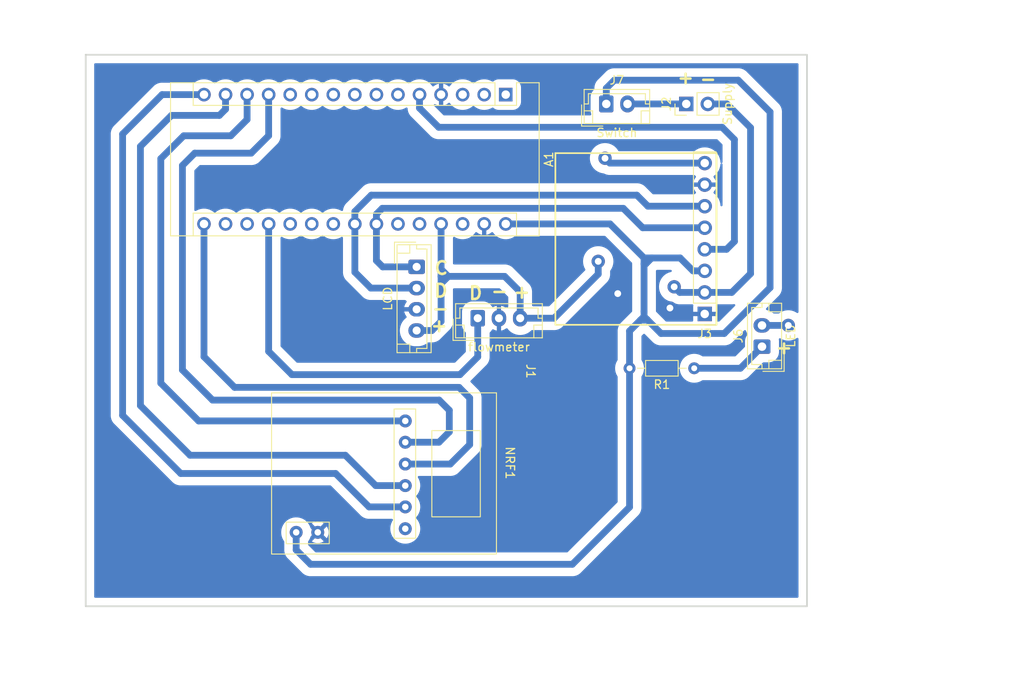
<source format=kicad_pcb>
(kicad_pcb (version 20211014) (generator pcbnew)
  (layers (0 "F.Cu" signal) (31 "B.Cu" signal) (34 "B.Paste" user) (35 "F.Paste" user) (36 "B.SilkS" user "B.Silkscreen") (37 "F.SilkS" user "F.Silkscreen") (38 "B.Mask" user) (39 "F.Mask" user) (44 "Edge.Cuts" user))
  (net 0 "")
  (net 4 "IN+")
  (net 5 "ALE")
  (net 12 "CSN")
  (net 13 "CE")
  (net 14 "M0")
  (net 15 "M1")
  (net 16 "SCK")
  (net 19 "flow")
  (net 23 "SDA")
  (net 24 "SCL")
  (net 27 "+5V")
  (net 29 "+8V")
  (net 31 "GND")
  (net 32 "Net-(J2-Pad1)")
  (net 33 "Net-(J6-Pad1)")
  (footprint "Module:Arduino_Nano" (layer "F.Cu") (at 136.4 50.1 -90)
    (fp_text reference "A1" (at 7.62 -5.08 -270) (layer "F.SilkS"))
    (fp_text value "Arduino_Nano_v3.x")
    (fp_line (start 1.27 -1.27) (end -1.4 -1.27) (layer "F.SilkS") (width 0.12))
    (fp_line (start 16.64 -3.94) (end -1.4 -3.94) (layer "F.SilkS") (width 0.12))
    (fp_line (start 13.97 -1.27) (end 13.97 36.83) (layer "F.SilkS") (width 0.12))
    (fp_line (start 13.97 -1.27) (end 16.64 -1.27) (layer "F.SilkS") (width 0.12))
    (fp_line (start 13.97 36.83) (end 16.64 36.83) (layer "F.SilkS") (width 0.12))
    (fp_line (start 1.27 1.27) (end 1.27 36.83) (layer "F.SilkS") (width 0.12))
    (fp_line (start 16.64 39.5) (end 16.64 -3.94) (layer "F.SilkS") (width 0.12))
    (fp_line (start 1.27 1.27) (end -1.4 1.27) (layer "F.SilkS") (width 0.12))
    (fp_line (start -1.4 39.5) (end 16.64 39.5) (layer "F.SilkS") (width 0.12))
    (fp_line (start -1.4 1.27) (end -1.4 39.5) (layer "F.SilkS") (width 0.12))
    (fp_line (start -1.4 -3.94) (end -1.4 -1.27) (layer "F.SilkS") (width 0.12))
    (fp_line (start 1.27 36.83) (end -1.4 36.83) (layer "F.SilkS") (width 0.12))
    (fp_line (start 1.27 1.27) (end 1.27 -1.27) (layer "F.SilkS") (width 0.12))
    (pad "1" thru_hole rect (at 0 0 270) (size 1.6 1.6) (drill 1) (layers *.Cu *.Mask))
    (pad "2" thru_hole oval (at 0 2.54 270) (size 1.6 1.6) (drill 1) (layers *.Cu *.Mask))
    (pad "3" thru_hole oval (at 0 5.08 270) (size 1.6 1.6) (drill 1) (layers *.Cu *.Mask))
    (pad "4" thru_hole oval (at 0 7.62 270) (size 1.6 1.6) (drill 1) (layers *.Cu *.Mask) (net 4 "IN+"))
    (pad "5" thru_hole oval (at 0 10.16 270) (size 1.6 1.6) (drill 1) (layers *.Cu *.Mask) (net 5 "ALE"))
    (pad "6" thru_hole oval (at 0 12.7 270) (size 1.6 1.6) (drill 1) (layers *.Cu *.Mask))
    (pad "7" thru_hole oval (at 0 15.24 270) (size 1.6 1.6) (drill 1) (layers *.Cu *.Mask))
    (pad "8" thru_hole oval (at 0 17.78 270) (size 1.6 1.6) (drill 1) (layers *.Cu *.Mask))
    (pad "9" thru_hole oval (at 0 20.32 270) (size 1.6 1.6) (drill 1) (layers *.Cu *.Mask))
    (pad "10" thru_hole oval (at 0 22.86 270) (size 1.6 1.6) (drill 1) (layers *.Cu *.Mask))
    (pad "11" thru_hole oval (at 0 25.4 270) (size 1.6 1.6) (drill 1) (layers *.Cu *.Mask))
    (pad "12" thru_hole oval (at 0 27.94 270) (size 1.6 1.6) (drill 1) (layers *.Cu *.Mask) (net 12 "CSN"))
    (pad "13" thru_hole oval (at 0 30.48 270) (size 1.6 1.6) (drill 1) (layers *.Cu *.Mask) (net 13 "CE"))
    (pad "14" thru_hole oval (at 0 33.02 270) (size 1.6 1.6) (drill 1) (layers *.Cu *.Mask) (net 14 "M0"))
    (pad "15" thru_hole oval (at 0 35.56 270) (size 1.6 1.6) (drill 1) (layers *.Cu *.Mask) (net 15 "M1"))
    (pad "16" thru_hole oval (at 15.24 35.56 270) (size 1.6 1.6) (drill 1) (layers *.Cu *.Mask) (net 16 "SCK"))
    (pad "17" thru_hole oval (at 15.24 33.02 270) (size 1.6 1.6) (drill 1) (layers *.Cu *.Mask))
    (pad "18" thru_hole oval (at 15.24 30.48 270) (size 1.6 1.6) (drill 1) (layers *.Cu *.Mask))
    (pad "19" thru_hole oval (at 15.24 27.94 270) (size 1.6 1.6) (drill 1) (layers *.Cu *.Mask) (net 19 "flow"))
    (pad "20" thru_hole oval (at 15.24 25.4 270) (size 1.6 1.6) (drill 1) (layers *.Cu *.Mask))
    (pad "21" thru_hole oval (at 15.24 22.86 270) (size 1.6 1.6) (drill 1) (layers *.Cu *.Mask))
    (pad "22" thru_hole oval (at 15.24 20.32 270) (size 1.6 1.6) (drill 1) (layers *.Cu *.Mask))
    (pad "23" thru_hole oval (at 15.24 17.78 270) (size 1.6 1.6) (drill 1) (layers *.Cu *.Mask) (net 23 "SDA"))
    (pad "24" thru_hole oval (at 15.24 15.24 270) (size 1.6 1.6) (drill 1) (layers *.Cu *.Mask) (net 24 "SCL"))
    (pad "25" thru_hole oval (at 15.24 12.7 270) (size 1.6 1.6) (drill 1) (layers *.Cu *.Mask))
    (pad "26" thru_hole oval (at 15.24 10.16 270) (size 1.6 1.6) (drill 1) (layers *.Cu *.Mask))
    (pad "27" thru_hole oval (at 15.24 7.62 270) (size 1.6 1.6) (drill 1) (layers *.Cu *.Mask) (net 27 "+5V"))
    (pad "28" thru_hole oval (at 15.24 5.08 270) (size 1.6 1.6) (drill 1) (layers *.Cu *.Mask))
    (pad "29" thru_hole oval (at 15.24 2.54 270) (size 1.6 1.6) (drill 1) (layers *.Cu *.Mask) (net 4 "IN+"))
    (pad "30" thru_hole oval (at 15.24 0 270) (size 1.6 1.6) (drill 1) (layers *.Cu *.Mask) (net 29 "+8V"))
  )
  (footprint "Connector_PinHeader_2.54mm:PinHeader_1x02_P2.54mm_Vertical" (layer "F.Cu") (at 157.675 51.2 90)
    (fp_text reference "J2" (at 0 -2.33 90) (layer "F.SilkS"))
    (fp_text value "Supply" (at 0 4.87 90) (layer "F.SilkS"))
    (fp_line (start -1.33 -1.33) (end 0 -1.33) (layer "F.SilkS") (width 0.12))
    (fp_line (start 1.33 1.27) (end 1.33 3.87) (layer "F.SilkS") (width 0.12))
    (fp_line (start -1.33 0) (end -1.33 -1.33) (layer "F.SilkS") (width 0.12))
    (fp_line (start -1.33 1.27) (end -1.33 3.87) (layer "F.SilkS") (width 0.12))
    (fp_line (start -1.33 3.87) (end 1.33 3.87) (layer "F.SilkS") (width 0.12))
    (fp_line (start -1.33 1.27) (end 1.33 1.27) (layer "F.SilkS") (width 0.12))
    (pad "1" thru_hole rect (at 0 0 90) (size 1.7 1.7) (drill 1) (layers *.Cu *.Mask) (net 32 "Net-(J2-Pad1)"))
    (pad "2" thru_hole oval (at 0 2.54 90) (size 1.7 1.7) (drill 1) (layers *.Cu *.Mask) (net 31 "GND"))
  )
  (footprint "Connector_JST:JST_EH_B2B-EH-A_1x02_P2.50mm_Vertical" (layer "F.Cu") (at 148.25 51.2)
    (fp_text reference "J7" (at 1.25 -2.8) (layer "F.SilkS"))
    (fp_text value "Switch" (at 1.25 3.4) (layer "F.SilkS"))
    (fp_line (start -2.61 -1.71) (end -2.61 2.31) (layer "F.SilkS") (width 0.12))
    (fp_line (start -2.11 0) (end -2.11 -1.21) (layer "F.SilkS") (width 0.12))
    (fp_line (start -1.61 0.81) (end -1.61 2.31) (layer "F.SilkS") (width 0.12))
    (fp_line (start 4.61 -1.21) (end 4.61 0) (layer "F.SilkS") (width 0.12))
    (fp_line (start 4.61 0) (end 5.11 0) (layer "F.SilkS") (width 0.12))
    (fp_line (start -2.11 -1.21) (end 4.61 -1.21) (layer "F.SilkS") (width 0.12))
    (fp_line (start -2.61 0.81) (end -1.61 0.81) (layer "F.SilkS") (width 0.12))
    (fp_line (start -2.61 2.31) (end 5.11 2.31) (layer "F.SilkS") (width 0.12))
    (fp_line (start 5.11 -1.71) (end -2.61 -1.71) (layer "F.SilkS") (width 0.12))
    (fp_line (start 4.11 0.81) (end 4.11 2.31) (layer "F.SilkS") (width 0.12))
    (fp_line (start 5.11 2.31) (end 5.11 -1.71) (layer "F.SilkS") (width 0.12))
    (fp_line (start 5.11 0.81) (end 4.11 0.81) (layer "F.SilkS") (width 0.12))
    (fp_line (start -2.61 0) (end -2.11 0) (layer "F.SilkS") (width 0.12))
    (fp_line (start -2.91 2.61) (end -0.41 2.61) (layer "F.SilkS") (width 0.12))
    (fp_line (start -2.91 0.11) (end -2.91 2.61) (layer "F.SilkS") (width 0.12))
    (pad "1" thru_hole roundrect (at 0 0) (size 1.7 2) (drill 1) (layers *.Cu *.Mask) (roundrect_rratio 0.147059) (net 29 "+8V"))
    (pad "2" thru_hole oval (at 2.5 0) (size 1.7 2) (drill 1) (layers *.Cu *.Mask) (net 32 "Net-(J2-Pad1)"))
  )
  (footprint "Connector_JST:JST_EH_B2B-EH-A_1x02_P2.50mm_Vertical" (layer "F.Cu") (at 166.6 79.8 90)
    (fp_text reference "J6" (at 1.25 -2.8 90) (layer "F.SilkS"))
    (fp_text value "LED" (at 1.25 3.4 90) (layer "F.SilkS"))
    (fp_line (start 4.61 -1.21) (end 4.61 0) (layer "F.SilkS") (width 0.12))
    (fp_line (start -2.91 2.61) (end -0.41 2.61) (layer "F.SilkS") (width 0.12))
    (fp_line (start -2.61 0.81) (end -1.61 0.81) (layer "F.SilkS") (width 0.12))
    (fp_line (start -2.61 0) (end -2.11 0) (layer "F.SilkS") (width 0.12))
    (fp_line (start -2.11 -1.21) (end 4.61 -1.21) (layer "F.SilkS") (width 0.12))
    (fp_line (start -2.11 0) (end -2.11 -1.21) (layer "F.SilkS") (width 0.12))
    (fp_line (start -2.91 0.11) (end -2.91 2.61) (layer "F.SilkS") (width 0.12))
    (fp_line (start 5.11 2.31) (end 5.11 -1.71) (layer "F.SilkS") (width 0.12))
    (fp_line (start -2.61 -1.71) (end -2.61 2.31) (layer "F.SilkS") (width 0.12))
    (fp_line (start -1.61 0.81) (end -1.61 2.31) (layer "F.SilkS") (width 0.12))
    (fp_line (start 5.11 0.81) (end 4.11 0.81) (layer "F.SilkS") (width 0.12))
    (fp_line (start 4.61 0) (end 5.11 0) (layer "F.SilkS") (width 0.12))
    (fp_line (start 5.11 -1.71) (end -2.61 -1.71) (layer "F.SilkS") (width 0.12))
    (fp_line (start 4.11 0.81) (end 4.11 2.31) (layer "F.SilkS") (width 0.12))
    (fp_line (start -2.61 2.31) (end 5.11 2.31) (layer "F.SilkS") (width 0.12))
    (pad "1" thru_hole roundrect (at 0 0 90) (size 1.7 2) (drill 1) (layers *.Cu *.Mask) (roundrect_rratio 0.147059) (net 33 "Net-(J6-Pad1)"))
    (pad "2" thru_hole oval (at 2.5 0 90) (size 1.7 2) (drill 1) (layers *.Cu *.Mask) (net 31 "GND"))
  )
  (footprint "RF:NRF_adapter" (layer "F.Cu") (at 135.305 85.245 -90)
    (fp_text reference "J1" (at -2.54 -4.04 -90 unlocked) (layer "F.SilkS"))
    (fp_text value "NRF1" (at 8.255 -1.595 -90 unlocked) (layer "F.SilkS"))
    (fp_rect (start 1.9 9.52) (end 17.14 12.06) (layer "F.SilkS") (width 0.12) (fill none))
    (fp_rect (start 0 0) (end 19 26.5) (layer "F.SilkS") (width 0.12) (fill none))
    (fp_rect (start 4.45 1.9) (end 14.61 7.615) (layer "F.SilkS") (width 0.12) (fill none))
    (fp_rect (start 15.24 19.7) (end 17.78 24.78) (layer "F.SilkS") (width 0.12) (fill none))
    (pad "1" thru_hole circle (at 16.44 21.058 270) (size 1.524 1.524) (drill 0.762) (layers *.Cu *.Mask) (net 4 "IN+"))
    (pad "2" thru_hole circle (at 16.44 23.6 270) (size 1.524 1.524) (drill 0.762) (layers *.Cu *.Mask) (net 29 "+8V"))
    (pad "3" thru_hole circle (at 3.312 10.744 270) (size 1.524 1.524) (drill 0.762) (layers *.Cu *.Mask) (net 13 "CE"))
    (pad "4" thru_hole circle (at 5.822 10.744 270) (size 1.524 1.524) (drill 0.762) (layers *.Cu *.Mask) (net 12 "CSN"))
    (pad "5" thru_hole circle (at 8.392 10.744 270) (size 1.524 1.524) (drill 0.762) (layers *.Cu *.Mask) (net 16 "SCK"))
    (pad "6" thru_hole circle (at 10.932 10.744 270) (size 1.524 1.524) (drill 0.762) (layers *.Cu *.Mask) (net 14 "M0"))
    (pad "7" thru_hole circle (at 13.442 10.744 270) (size 1.524 1.524) (drill 0.762) (layers *.Cu *.Mask) (net 15 "M1"))
    (pad "8" thru_hole circle (at 16.012 10.744 270) (size 1.524 1.524) (drill 0.762) (layers *.Cu *.Mask))
  )
  (footprint "Connector_JST:JST_EH_B3B-EH-A_1x03_P2.50mm_Vertical" (layer "F.Cu") (at 133.1 76.45)
    (fp_text reference "J5")
    (fp_text value "flowmeter" (at 2.5 3.4) (layer "F.SilkS"))
    (fp_line (start -2.61 2.31) (end 7.61 2.31) (layer "F.SilkS") (width 0.12))
    (fp_line (start 7.61 -1.71) (end -2.61 -1.71) (layer "F.SilkS") (width 0.12))
    (fp_line (start -2.11 -1.21) (end 7.11 -1.21) (layer "F.SilkS") (width 0.12))
    (fp_line (start 7.11 -1.21) (end 7.11 0) (layer "F.SilkS") (width 0.12))
    (fp_line (start -1.61 0.81) (end -1.61 2.31) (layer "F.SilkS") (width 0.12))
    (fp_line (start -2.11 0) (end -2.11 -1.21) (layer "F.SilkS") (width 0.12))
    (fp_line (start -2.91 2.61) (end -0.41 2.61) (layer "F.SilkS") (width 0.12))
    (fp_line (start 7.61 2.31) (end 7.61 -1.71) (layer "F.SilkS") (width 0.12))
    (fp_line (start 7.61 0.81) (end 6.61 0.81) (layer "F.SilkS") (width 0.12))
    (fp_line (start 7.11 0) (end 7.61 0) (layer "F.SilkS") (width 0.12))
    (fp_line (start 6.61 0.81) (end 6.61 2.31) (layer "F.SilkS") (width 0.12))
    (fp_line (start -2.61 0.81) (end -1.61 0.81) (layer "F.SilkS") (width 0.12))
    (fp_line (start -2.61 0) (end -2.11 0) (layer "F.SilkS") (width 0.12))
    (fp_line (start -2.91 0.11) (end -2.91 2.61) (layer "F.SilkS") (width 0.12))
    (fp_line (start -2.61 -1.71) (end -2.61 2.31) (layer "F.SilkS") (width 0.12))
    (pad "1" thru_hole roundrect (at 0 0) (size 1.7 1.95) (drill 0.95) (layers *.Cu *.Mask) (roundrect_rratio 0.147059) (net 19 "flow"))
    (pad "2" thru_hole oval (at 2.5 0) (size 1.7 1.95) (drill 0.95) (layers *.Cu *.Mask) (net 4 "IN+"))
    (pad "3" thru_hole oval (at 5 0) (size 1.7 1.95) (drill 0.95) (layers *.Cu *.Mask) (net 27 "+5V"))
  )
  (footprint "Resistor_THT:R_Axial_DIN0204_L3.6mm_D1.6mm_P7.62mm_Horizontal" (layer "F.Cu") (at 158.61 82.35 180)
    (fp_text reference "R1" (at 3.81 -1.92) (layer "F.SilkS"))
    (fp_text value "470")
    (fp_line (start 6.68 0) (end 5.73 0) (layer "F.SilkS") (width 0.12))
    (fp_line (start 5.73 -0.92) (end 1.89 -0.92) (layer "F.SilkS") (width 0.12))
    (fp_line (start 1.89 -0.92) (end 1.89 0.92) (layer "F.SilkS") (width 0.12))
    (fp_line (start 0.94 0) (end 1.89 0) (layer "F.SilkS") (width 0.12))
    (fp_line (start 1.89 0.92) (end 5.73 0.92) (layer "F.SilkS") (width 0.12))
    (fp_line (start 5.73 0.92) (end 5.73 -0.92) (layer "F.SilkS") (width 0.12))
    (pad "1" thru_hole circle (at 0 0 180) (size 1.4 1.4) (drill 0.7) (layers *.Cu *.Mask) (net 33 "Net-(J6-Pad1)"))
    (pad "2" thru_hole oval (at 7.62 0 180) (size 1.4 1.4) (drill 0.7) (layers *.Cu *.Mask) (net 29 "+8V"))
  )
  (footprint "Connector_JST:JST_EH_B4B-EH-A_1x04_P2.50mm_Vertical" (layer "F.Cu") (at 125.9 70.4 -90)
    (fp_text reference "J4")
    (fp_text value "LCD" (at 3.75 3.4 90) (layer "F.SilkS"))
    (fp_line (start -2.91 0.11) (end -2.91 2.61) (layer "F.SilkS") (width 0.12))
    (fp_line (start -1.61 0.81) (end -1.61 2.31) (layer "F.SilkS") (width 0.12))
    (fp_line (start 9.11 0.81) (end 9.11 2.31) (layer "F.SilkS") (width 0.12))
    (fp_line (start -2.11 -1.21) (end 9.61 -1.21) (layer "F.SilkS") (width 0.12))
    (fp_line (start -2.91 2.61) (end -0.41 2.61) (layer "F.SilkS") (width 0.12))
    (fp_line (start -2.11 0) (end -2.11 -1.21) (layer "F.SilkS") (width 0.12))
    (fp_line (start -2.61 2.31) (end 10.11 2.31) (layer "F.SilkS") (width 0.12))
    (fp_line (start -2.61 0.81) (end -1.61 0.81) (layer "F.SilkS") (width 0.12))
    (fp_line (start 10.11 0.81) (end 9.11 0.81) (layer "F.SilkS") (width 0.12))
    (fp_line (start 9.61 0) (end 10.11 0) (layer "F.SilkS") (width 0.12))
    (fp_line (start -2.61 -1.71) (end -2.61 2.31) (layer "F.SilkS") (width 0.12))
    (fp_line (start 9.61 -1.21) (end 9.61 0) (layer "F.SilkS") (width 0.12))
    (fp_line (start 10.11 -1.71) (end -2.61 -1.71) (layer "F.SilkS") (width 0.12))
    (fp_line (start -2.61 0) (end -2.11 0) (layer "F.SilkS") (width 0.12))
    (fp_line (start 10.11 2.31) (end 10.11 -1.71) (layer "F.SilkS") (width 0.12))
    (pad "1" thru_hole roundrect (at 0 0 270) (size 1.7 1.95) (drill 0.95) (layers *.Cu *.Mask) (roundrect_rratio 0.147059) (net 24 "SCL"))
    (pad "2" thru_hole oval (at 2.5 0 270) (size 1.7 1.95) (drill 0.95) (layers *.Cu *.Mask) (net 23 "SDA"))
    (pad "3" thru_hole oval (at 5 0 270) (size 1.7 1.95) (drill 0.95) (layers *.Cu *.Mask) (net 4 "IN+"))
    (pad "4" thru_hole oval (at 7.5 0 270) (size 1.7 1.95) (drill 0.95) (layers *.Cu *.Mask) (net 27 "+5V"))
  )
  (footprint "Connector_PinHeader_2.54mm:PinHeader_1x08_P2.54mm_Vertical" (layer "F.Cu") (at 159.85 75.95 180)
    (fp_text reference "J3" (at 0 -2.33) (layer "F.SilkS"))
    (fp_text value "ina226")
    (fp_line (start -1.33 1.27) (end -1.33 19.11) (layer "F.SilkS") (width 0.12))
    (fp_line (start -1.33 19.11) (end 1.33 19.11) (layer "F.SilkS") (width 0.12))
    (fp_line (start 1.33 1.27) (end 1.33 19.11) (layer "F.SilkS") (width 0.12))
    (fp_line (start -1.33 0) (end -1.33 -1.33) (layer "F.SilkS") (width 0.12))
    (fp_line (start -1.33 -1.33) (end 0 -1.33) (layer "F.SilkS") (width 0.12))
    (fp_line (start -1.33 1.27) (end 1.33 1.27) (layer "F.SilkS") (width 0.12))
    (pad "1" thru_hole rect (at 0 0 180) (size 1.7 1.7) (drill 1) (layers *.Cu *.Mask) (net 4 "IN+"))
    (pad "2" thru_hole oval (at 0 2.54 180) (size 1.7 1.7) (drill 1) (layers *.Cu *.Mask) (net 31 "GND"))
    (pad "3" thru_hole oval (at 0 5.08 180) (size 1.7 1.7) (drill 1) (layers *.Cu *.Mask) (net 29 "+8V"))
    (pad "4" thru_hole oval (at 0 7.62 180) (size 1.7 1.7) (drill 1) (layers *.Cu *.Mask) (net 5 "ALE"))
    (pad "5" thru_hole oval (at 0 10.16 180) (size 1.7 1.7) (drill 1) (layers *.Cu *.Mask) (net 24 "SCL"))
    (pad "6" thru_hole oval (at 0 12.7 180) (size 1.7 1.7) (drill 1) (layers *.Cu *.Mask) (net 23 "SDA"))
    (pad "7" thru_hole oval (at 0 15.24 180) (size 1.7 1.7) (drill 1) (layers *.Cu *.Mask) (net 4 "IN+"))
    (pad "8" thru_hole oval (at 0 17.78 180) (size 1.7 1.7) (drill 1) (layers *.Cu *.Mask) (net 27 "+5V"))
  )
  (gr_rect (start 142.25 77.23) (end 161.25 57) (layer "F.SilkS") (width 0.2) (fill none))
  (gr_rect (start 86.9 45.4) (end 171.9 110.4) (layer "Edge.Cuts") (width 0.2) (fill none))
  (gr_text "-" (at 160.25 48.25) (layer "F.SilkS") (effects (font (size 1.5 1.5) (thickness 0.3))))
  (gr_text "+" (at 138.3 73.35) (layer "F.SilkS") (effects (font (size 1.5 1.5) (thickness 0.3))))
  (gr_text "-" (at 128.7 75.3) (layer "F.SilkS") (effects (font (size 1.5 1.5) (thickness 0.3))))
  (gr_text "-" (at 135.65 73.25) (layer "F.SilkS") (effects (font (size 1.5 1.5) (thickness 0.3))))
  (gr_text "+" (at 157.6 48.1) (layer "F.SilkS") (effects (font (size 1.5 1.5) (thickness 0.3))))
  (gr_text "D" (at 132.85 73.5) (layer "F.SilkS") (effects (font (size 1.5 1.5) (thickness 0.3))))
  (gr_text "+" (at 169.2 79.9) (layer "F.SilkS") (effects (font (size 1.5 1.5) (thickness 0.3))))
  (gr_text "D" (at 128.759499 73.220192) (layer "F.SilkS") (effects (font (size 1.5 1.5) (thickness 0.3))))
  (gr_text "C" (at 128.8 70.55) (layer "F.SilkS") (effects (font (size 1.5 1.5) (thickness 0.3))))
  (gr_text "+" (at 128.55 77.3) (layer "F.SilkS") (effects (font (size 1.5 1.5) (thickness 0.3))))
  (via (at 149.6 73.55) (size 1.57) (drill 0.8) (layers "F.Cu" "B.Cu") (net 4))
  (via (at 155.75 75.25) (size 1.57) (drill 0.8) (layers "F.Cu" "B.Cu") (net 4))
  (segment (start 163.35 55.4) (end 161.9 53.95) (width 0.8) (layer "B.Cu") (net 5))
  (segment (start 128.5 53.95) (end 126.24 51.69) (width 0.8) (layer "B.Cu") (net 5))
  (segment (start 162.42 68.33) (end 163.35 67.4) (width 0.8) (layer "B.Cu") (net 5))
  (segment (start 126.24 51.69) (end 126.24 50.1) (width 0.8) (layer "B.Cu") (net 5))
  (segment (start 159.85 68.33) (end 162.42 68.33) (width 0.8) (layer "B.Cu") (net 5))
  (segment (start 163.35 67.4) (end 163.35 55.4) (width 0.8) (layer "B.Cu") (net 5))
  (segment (start 161.9 53.95) (end 128.5 53.95) (width 0.8) (layer "B.Cu") (net 5))
  (segment (start 101.85 86.1) (end 128.55 86.1) (width 0.8) (layer "B.Cu") (net 12))
  (segment (start 99.75 57) (end 98.3 58.45) (width 0.8) (layer "B.Cu") (net 12))
  (segment (start 98.3 82.55) (end 101.85 86.1) (width 0.8) (layer "B.Cu") (net 12))
  (segment (start 98.3 58.45) (end 98.3 82.55) (width 0.8) (layer "B.Cu") (net 12))
  (segment (start 129.75 89.85) (end 128.533 91.067) (width 0.8) (layer "B.Cu") (net 12))
  (segment (start 129.75 87.3) (end 129.75 89.85) (width 0.8) (layer "B.Cu") (net 12))
  (segment (start 128.55 86.1) (end 129.75 87.3) (width 0.8) (layer "B.Cu") (net 12))
  (segment (start 108.46 50.1) (end 108.46 54.94) (width 0.8) (layer "B.Cu") (net 12))
  (segment (start 128.533 91.067) (end 124.561 91.067) (width 0.8) (layer "B.Cu") (net 12))
  (segment (start 106.4 57) (end 99.75 57) (width 0.8) (layer "B.Cu") (net 12))
  (segment (start 108.46 54.94) (end 106.4 57) (width 0.8) (layer "B.Cu") (net 12))
  (segment (start 105.92 53.03) (end 104 54.95) (width 0.8) (layer "B.Cu") (net 13))
  (segment (start 104 54.95) (end 98.45 54.95) (width 0.8) (layer "B.Cu") (net 13))
  (segment (start 95.75 84.1) (end 100.207 88.557) (width 0.8) (layer "B.Cu") (net 13))
  (segment (start 105.92 50.1) (end 105.92 53.03) (width 0.8) (layer "B.Cu") (net 13))
  (segment (start 100.207 88.557) (end 124.561 88.557) (width 0.8) (layer "B.Cu") (net 13))
  (segment (start 98.45 54.95) (end 95.75 57.65) (width 0.8) (layer "B.Cu") (net 13))
  (segment (start 95.75 57.65) (end 95.75 84.1) (width 0.8) (layer "B.Cu") (net 13))
  (segment (start 93.35 56.2) (end 97 52.55) (width 0.8) (layer "B.Cu") (net 14))
  (segment (start 117.5 92.6) (end 99.2 92.6) (width 0.8) (layer "B.Cu") (net 14))
  (segment (start 93.35 86.75) (end 93.35 56.2) (width 0.8) (layer "B.Cu") (net 14))
  (segment (start 102.65 52.55) (end 103.38 51.82) (width 0.8) (layer "B.Cu") (net 14))
  (segment (start 124.561 96.177) (end 121.077 96.177) (width 0.8) (layer "B.Cu") (net 14))
  (segment (start 99.2 92.6) (end 93.35 86.75) (width 0.8) (layer "B.Cu") (net 14))
  (segment (start 97 52.55) (end 102.65 52.55) (width 0.8) (layer "B.Cu") (net 14))
  (segment (start 121.077 96.177) (end 117.5 92.6) (width 0.8) (layer "B.Cu") (net 14))
  (segment (start 103.38 51.82) (end 103.38 50.1) (width 0.8) (layer "B.Cu") (net 14))
  (segment (start 124.561 98.687) (end 120.287 98.687) (width 0.8) (layer "B.Cu") (net 15))
  (segment (start 95.9 50.1) (end 100.84 50.1) (width 0.8) (layer "B.Cu") (net 15))
  (segment (start 91.25 54.75) (end 95.9 50.1) (width 0.8) (layer "B.Cu") (net 15))
  (segment (start 120.287 98.687) (end 116.35 94.75) (width 0.8) (layer "B.Cu") (net 15))
  (segment (start 98.1 94.75) (end 91.25 87.9) (width 0.8) (layer "B.Cu") (net 15))
  (segment (start 116.35 94.75) (end 98.1 94.75) (width 0.8) (layer "B.Cu") (net 15))
  (segment (start 91.25 87.9) (end 91.25 54.75) (width 0.8) (layer "B.Cu") (net 15))
  (segment (start 129.863 93.637) (end 124.561 93.637) (width 0.8) (layer "B.Cu") (net 16))
  (segment (start 130.9 84.6) (end 132.15 85.85) (width 0.8) (layer "B.Cu") (net 16))
  (segment (start 100.84 65.34) (end 100.84 80.99) (width 0.8) (layer "B.Cu") (net 16))
  (segment (start 132.15 85.85) (end 132.15 91.35) (width 0.8) (layer "B.Cu") (net 16))
  (segment (start 104.45 84.6) (end 130.9 84.6) (width 0.8) (layer "B.Cu") (net 16))
  (segment (start 100.84 80.99) (end 104.45 84.6) (width 0.8) (layer "B.Cu") (net 16))
  (segment (start 132.15 91.35) (end 129.863 93.637) (width 0.8) (layer "B.Cu") (net 16))
  (segment (start 133.1 76.45) (end 133.1 81) (width 0.8) (layer "B.Cu") (net 19))
  (segment (start 133.1 81) (end 131 83.1) (width 0.8) (layer "B.Cu") (net 19))
  (segment (start 131 83.1) (end 111.2 83.1) (width 0.8) (layer "B.Cu") (net 19))
  (segment (start 108.46 80.36) (end 108.46 65.34) (width 0.8) (layer "B.Cu") (net 19))
  (segment (start 111.2 83.1) (end 108.46 80.36) (width 0.8) (layer "B.Cu") (net 19))
  (segment (start 118.62 71.02) (end 118.62 65.34) (width 0.8) (layer "B.Cu") (net 23))
  (segment (start 118.62 65.34) (end 118.62 63.88) (width 0.8) (layer "B.Cu") (net 23))
  (segment (start 118.62 63.88) (end 120.55 61.95) (width 0.8) (layer "B.Cu") (net 23))
  (segment (start 125.9 72.9) (end 120.5 72.9) (width 0.8) (layer "B.Cu") (net 23))
  (segment (start 120.55 61.95) (end 151.85 61.95) (width 0.8) (layer "B.Cu") (net 23))
  (segment (start 151.85 61.95) (end 153.15 63.25) (width 0.8) (layer "B.Cu") (net 23))
  (segment (start 153.15 63.25) (end 159.85 63.25) (width 0.8) (layer "B.Cu") (net 23))
  (segment (start 120.5 72.9) (end 118.62 71.02) (width 0.8) (layer "B.Cu") (net 23))
  (segment (start 121.85 63.5) (end 150.25 63.5) (width 0.8) (layer "B.Cu") (net 24))
  (segment (start 121.16 65.34) (end 121.16 64.19) (width 0.8) (layer "B.Cu") (net 24))
  (segment (start 125.9 70.4) (end 121.9 70.4) (width 0.8) (layer "B.Cu") (net 24))
  (segment (start 152.54 65.79) (end 159.85 65.79) (width 0.8) (layer "B.Cu") (net 24))
  (segment (start 121.16 69.66) (end 121.16 65.34) (width 0.8) (layer "B.Cu") (net 24))
  (segment (start 150.25 63.5) (end 152.54 65.79) (width 0.8) (layer "B.Cu") (net 24))
  (segment (start 121.16 64.19) (end 121.85 63.5) (width 0.8) (layer "B.Cu") (net 24))
  (segment (start 121.9 70.4) (end 121.16 69.66) (width 0.8) (layer "B.Cu") (net 24))
  (via (at 148.1 57.6) (size 1.57) (drill 0.8) (layers "F.Cu" "B.Cu") (net 27))
  (via (at 147.3 69.75) (size 1.57) (drill 0.8) (layers "F.Cu" "B.Cu") (net 27))
  (segment (start 129.62 71.52) (end 128.78 71.52) (width 0.8) (layer "B.Cu") (net 27))
  (segment (start 148.1 57.6) (end 148.67 58.17) (width 0.8) (layer "B.Cu") (net 27))
  (segment (start 128.78 70.42) (end 128.78 70.68) (width 0.8) (layer "B.Cu") (net 27))
  (segment (start 128.78 72.37) (end 128.78 71.52) (width 0.8) (layer "B.Cu") (net 27))
  (segment (start 129.62 71.53) (end 128.78 72.37) (width 0.8) (layer "B.Cu") (net 27))
  (segment (start 138.1 76.45) (end 142.1 76.45) (width 0.8) (layer "B.Cu") (net 27))
  (segment (start 142.1 76.45) (end 147.3 71.25) (width 0.8) (layer "B.Cu") (net 27))
  (segment (start 128.78 70.68) (end 129.62 71.52) (width 0.8) (layer "B.Cu") (net 27))
  (segment (start 125.9 77.9) (end 127.7 77.9) (width 0.8) (layer "B.Cu") (net 27))
  (segment (start 147.3 71.25) (end 147.3 69.75) (width 0.8) (layer "B.Cu") (net 27))
  (segment (start 138.1 73.35) (end 136.27 71.52) (width 0.8) (layer "B.Cu") (net 27))
  (segment (start 136.27 71.52) (end 129.62 71.52) (width 0.8) (layer "B.Cu") (net 27))
  (segment (start 128.78 70.42) (end 128.78 65.34) (width 0.8) (layer "B.Cu") (net 27))
  (segment (start 138.1 76.45) (end 138.1 73.35) (width 0.8) (layer "B.Cu") (net 27))
  (segment (start 129.62 71.52) (end 129.62 71.53) (width 0.8) (layer "B.Cu") (net 27))
  (segment (start 128.78 71.52) (end 128.78 70.42) (width 0.8) (layer "B.Cu") (net 27))
  (segment (start 148.67 58.17) (end 159.85 58.17) (width 0.8) (layer "B.Cu") (net 27))
  (segment (start 128.78 76.82) (end 128.78 72.37) (width 0.8) (layer "B.Cu") (net 27))
  (segment (start 127.7 77.9) (end 128.78 76.82) (width 0.8) (layer "B.Cu") (net 27))
  (segment (start 153.025 76.675) (end 153.075 76.625) (width 0.8) (layer "B.Cu") (net 29))
  (segment (start 162.15 78.25) (end 167.55 72.85) (width 0.8) (layer "B.Cu") (net 29))
  (segment (start 152.7 76.25) (end 152.275 76.675) (width 0.8) (layer "B.Cu") (net 29))
  (segment (start 154.7 78.25) (end 162.15 78.25) (width 0.8) (layer "B.Cu") (net 29))
  (segment (start 152.7 69.35) (end 152.7 70.05) (width 0.8) (layer "B.Cu") (net 29))
  (segment (start 149.2 48.4) (end 148.25 49.35) (width 0.8) (layer "B.Cu") (net 29))
  (segment (start 152.7 75.65) (end 152.7 76.25) (width 0.8) (layer "B.Cu") (net 29))
  (segment (start 167.55 72.85) (end 167.55 52.15) (width 0.8) (layer "B.Cu") (net 29))
  (segment (start 152.9 70.05) (end 152.7 70.05) (width 0.8) (layer "B.Cu") (net 29))
  (segment (start 152.7 70.05) (end 152.7 75.65) (width 0.8) (layer "B.Cu") (net 29))
  (segment (start 144.25 105.45) (end 113.4 105.45) (width 0.8) (layer "B.Cu") (net 29))
  (segment (start 156.95 69.35) (end 153.6 69.35) (width 0.8) (layer "B.Cu") (net 29))
  (segment (start 150.99 98.71) (end 144.25 105.45) (width 0.8) (layer "B.Cu") (net 29))
  (segment (start 152.7 76.25) (end 153.075 76.625) (width 0.8) (layer "B.Cu") (net 29))
  (segment (start 153.6 69.35) (end 152.9 70.05) (width 0.8) (layer "B.Cu") (net 29))
  (segment (start 113.4 105.45) (end 111.705 103.755) (width 0.8) (layer "B.Cu") (net 29))
  (segment (start 148.69 65.34) (end 152.7 69.35) (width 0.8) (layer "B.Cu") (net 29))
  (segment (start 150.99 77.96) (end 150.99 82.35) (width 0.8) (layer "B.Cu") (net 29))
  (segment (start 148.25 49.35) (end 148.25 51.2) (width 0.8) (layer "B.Cu") (net 29))
  (segment (start 153.075 76.625) (end 154.7 78.25) (width 0.8) (layer "B.Cu") (net 29))
  (segment (start 111.705 103.755) (end 111.705 101.685) (width 0.8) (layer "B.Cu") (net 29))
  (segment (start 159.85 70.87) (end 158.47 70.87) (width 0.8) (layer "B.Cu") (net 29))
  (segment (start 167.55 52.15) (end 163.8 48.4) (width 0.8) (layer "B.Cu") (net 29))
  (segment (start 158.47 70.87) (end 156.95 69.35) (width 0.8) (layer "B.Cu") (net 29))
  (segment (start 152.275 76.675) (end 153.025 76.675) (width 0.8) (layer "B.Cu") (net 29))
  (segment (start 153.6 69.35) (end 152.7 69.35) (width 0.8) (layer "B.Cu") (net 29))
  (segment (start 152.275 76.675) (end 150.99 77.96) (width 0.8) (layer "B.Cu") (net 29))
  (segment (start 150.99 82.35) (end 150.99 98.71) (width 0.8) (layer "B.Cu") (net 29))
  (segment (start 163.8 48.4) (end 149.2 48.4) (width 0.8) (layer "B.Cu") (net 29))
  (segment (start 136.4 65.34) (end 148.69 65.34) (width 0.8) (layer "B.Cu") (net 29))
  (segment (start 169.7 77.3) (end 169.600489 77.399511) (width 0.8) (layer "F.Cu") (net 31))
  (via (at 169.7 77.3) (size 1.57) (drill 0.8) (layers "F.Cu" "B.Cu") (net 31))
  (via (at 156.25 72.75) (size 1.57) (drill 0.8) (layers "F.Cu" "B.Cu") (net 31))
  (segment (start 165.25 54) (end 162.45 51.2) (width 0.8) (layer "B.Cu") (net 31))
  (segment (start 156.25 72.75) (end 156.91 73.41) (width 0.8) (layer "B.Cu") (net 31))
  (segment (start 163.04 73.41) (end 165.25 71.2) (width 0.8) (layer "B.Cu") (net 31))
  (segment (start 166.6 77.3) (end 169.7 77.3) (width 0.8) (layer "B.Cu") (net 31))
  (segment (start 165.25 71.2) (end 165.25 54) (width 0.8) (layer "B.Cu") (net 31))
  (segment (start 159.85 73.41) (end 163.04 73.41) (width 0.8) (layer "B.Cu") (net 31))
  (segment (start 156.91 73.41) (end 159.85 73.41) (width 0.8) (layer "B.Cu") (net 31))
  (segment (start 162.45 51.2) (end 160.215 51.2) (width 0.8) (layer "B.Cu") (net 31))
  (segment (start 157.675 51.2) (end 151.15 51.2) (width 0.8) (layer "B.Cu") (net 32))
  (segment (start 158.61 82.35) (end 164.05 82.35) (width 0.8) (layer "B.Cu") (net 33))
  (segment (start 164.05 82.35) (end 166.6 79.8) (width 0.8) (layer "B.Cu") (net 33))
  (zone (net 4) (net_name "IN+") (layer "B.Cu") (connect_pads (clearance 1)) (min_thickness 0.254) (fill yes (thermal_gap 0.508) (thermal_bridge_width 0.508))
    (polygon (pts (xy 197.5 40.55) (xy 191.4 120.75) (xy 76.8 111.45) (xy 76.8 42.95) (xy 78.65 38.95)))
  )
)
</source>
